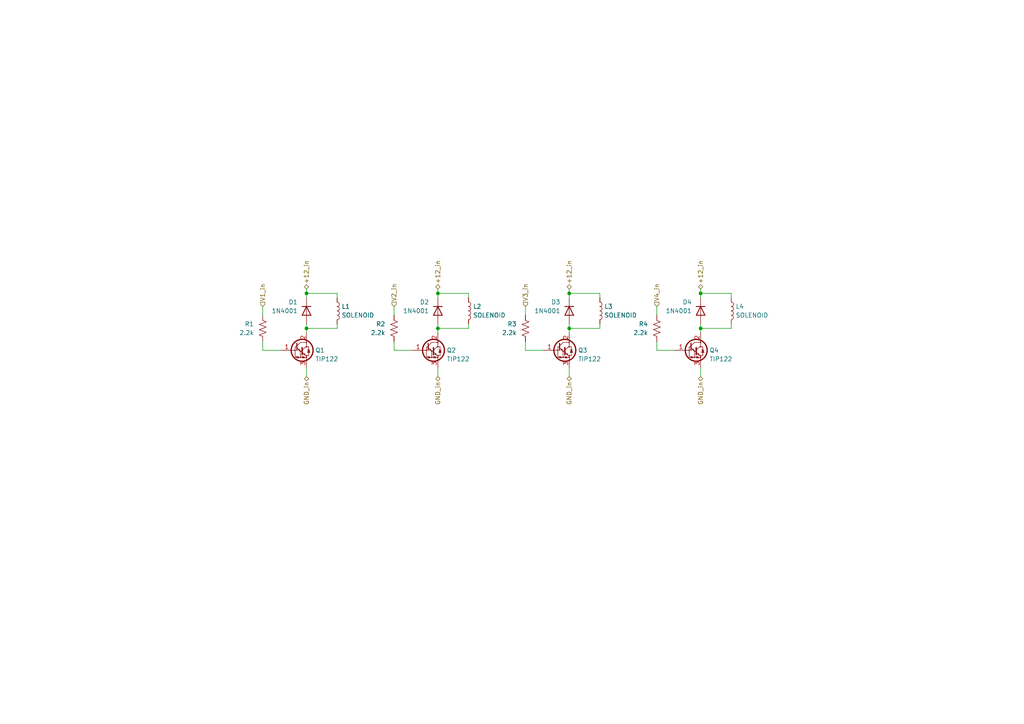
<source format=kicad_sch>
(kicad_sch (version 20211123) (generator eeschema)
  (paper "A4")
  (lib_symbols
    (symbol "Device:L" (pin_numbers hide) (pin_names (offset 1.016) hide)
      (property "Reference" "L" (at -1.27 0 90))
      (property "Value" "L" (at 1.905 0 90))
      (symbol "L_0_1"
        (arc (start 0 -2.54) (mid 0.635 -1.905) (end 0 -1.27))
        (arc (start 0 -1.27) (mid 0.635 -0.635) (end 0 0))
        (arc (start 0 0) (mid 0.635 0.635) (end 0 1.27))
        (arc (start 0 1.27) (mid 0.635 1.905) (end 0 2.54))
      )
      (symbol "L_1_1"
        (pin passive line (at 0 3.81 270) (length 1.27) (name "1") (number "1"))
        (pin passive line (at 0 -3.81 90) (length 1.27) (name "2") (number "2"))
      )
    )
    (symbol "Device:R_US" (pin_numbers hide) (pin_names (offset 0))
      (property "Reference" "R" (at 2.54 0 90))
      (property "Value" "R_US" (at -2.54 0 90))
      (symbol "R_US_0_1"
        (polyline (pts (xy 0 -2.286) (xy 0 -2.54)))
        (polyline (pts (xy 0 2.286) (xy 0 2.54)))
        (polyline (pts (xy 0 -0.762) (xy 1.016 -1.143) (xy 0 -1.524) (xy -1.016 -1.905) (xy 0 -2.286)))
        (polyline (pts (xy 0 0.762) (xy 1.016 0.381) (xy 0 0) (xy -1.016 -0.381) (xy 0 -0.762)))
        (polyline (pts (xy 0 2.286) (xy 1.016 1.905) (xy 0 1.524) (xy -1.016 1.143) (xy 0 0.762)))
      )
      (symbol "R_US_1_1"
        (pin passive line (at 0 3.81 270) (length 1.27) (name "~") (number "1"))
        (pin passive line (at 0 -3.81 90) (length 1.27) (name "~") (number "2"))
      )
    )
    (symbol "Diode:1N4001" (pin_numbers hide) (pin_names (offset 1.016) hide)
      (property "Reference" "D" (at 0 2.54 0))
      (property "Value" "1N4001" (at 0 -2.54 0))
      (symbol "1N4001_0_1"
        (polyline (pts (xy -1.27 1.27) (xy -1.27 -1.27)) (stroke (width 0.254)))
        (polyline (pts (xy 1.27 0) (xy -1.27 0)))
        (polyline (pts (xy 1.27 1.27) (xy 1.27 -1.27) (xy -1.27 0) (xy 1.27 1.27)) (stroke (width 0.254)))
      )
      (symbol "1N4001_1_1"
        (pin passive line (at -3.81 0 0) (length 2.54) (name "K") (number "1"))
        (pin passive line (at 3.81 0 180) (length 2.54) (name "A") (number "2"))
      )
    )
    (symbol "Transistor_BJT:TIP122" (pin_names (offset 0) hide)
      (property "Reference" "Q" (at 5.08 1.905 0))
      (property "Value" "TIP122" (at 5.08 0 0))
      (symbol "TIP122_0_1"
        (circle (center -0.762 0) (radius 0.127))
        (polyline (pts (xy -1.27 0) (xy -0.889 0)))
        (polyline (pts (xy 2.54 -2.032) (xy 2.54 -2.54)))
        (polyline (pts (xy 2.54 -1.524) (xy 3.175 -1.524)))
        (polyline (pts (xy 2.794 0.127) (xy 3.556 0.127)))
        (polyline (pts (xy 3.175 -0.635) (xy 3.175 -1.524)))
        (polyline (pts (xy 3.175 1.016) (xy 2.54 1.016)))
        (polyline (pts (xy 3.175 1.016) (xy 3.175 0.127)))
        (polyline (pts (xy -0.254 0.762) (xy 0.762 -0.254) (xy 1.27 -0.254)))
        (polyline (pts (xy -0.254 1.016) (xy -0.762 1.016) (xy -0.762 -2.032)))
        (polyline (pts (xy -0.254 1.27) (xy 0.762 2.286) (xy 2.54 2.286)))
        (polyline (pts (xy -0.254 2.032) (xy -0.254 0) (xy -0.254 0)) (stroke (width 0.3048)))
        (polyline (pts (xy 1.27 0.762) (xy 1.27 -1.27) (xy 1.27 -1.27)) (stroke (width 0.381)))
        (polyline (pts (xy 0.635 -0.127) (xy 0.381 0.381) (xy 0.127 0.127) (xy 0.635 -0.127)))
        (polyline (pts (xy 1.27 -0.508) (xy 2.286 -1.524) (xy 2.54 -1.524) (xy 2.54 -2.032)))
        (polyline (pts (xy 1.27 0) (xy 2.286 1.016) (xy 2.54 1.016) (xy 2.54 2.286)))
        (polyline (pts (xy 2.159 -1.397) (xy 1.905 -0.889) (xy 1.651 -1.143) (xy 2.159 -1.397)))
        (polyline (pts (xy 3.175 0.127) (xy 2.794 -0.635) (xy 3.556 -0.635) (xy 3.175 0.127)) (fill (type outline)))
        (polyline (pts (xy 0.762 -2.032) (xy 0.381 -2.032) (xy 0.254 -2.286) (xy 0.127 -1.778) (xy 0 -2.286) (xy -0.127 -1.778) (xy -0.254 -2.286) (xy -0.381 -1.778) (xy -0.508 -2.032) (xy -0.762 -2.032)))
        (polyline (pts (xy 0.762 -0.254) (xy 0.762 -2.032) (xy 1.143 -2.032) (xy 1.27 -1.778) (xy 1.397 -2.286) (xy 1.524 -1.778) (xy 1.651 -2.286) (xy 1.778 -1.778) (xy 1.905 -2.286) (xy 2.032 -2.032) (xy 2.54 -2.032)))
        (circle (center 0.762 -2.032) (radius 0.127))
        (circle (center 0.762 -0.254) (radius 0.127))
        (circle (center 1.27 0) (radius 3.175) (stroke (width 0.3556)))
        (circle (center 2.54 -2.032) (radius 0.127))
        (circle (center 2.54 -1.524) (radius 0.127))
        (circle (center 2.54 1.016) (radius 0.127))
        (circle (center 2.54 2.286) (radius 0.127))
      )
      (symbol "TIP122_1_1"
        (pin input line (at -5.08 0 0) (length 3.81) (name "B") (number "1"))
        (pin passive line (at 2.54 5.08 270) (length 2.667) (name "C") (number "2"))
        (pin passive line (at 2.54 -5.08 90) (length 2.54) (name "E") (number "3"))
      )
    )
  )
  (junction (at 88.9 95.25))
  (junction (at 165.1 95.25))
  (junction (at 203.2 85.09))
  (junction (at 165.1 85.09))
  (junction (at 127 95.25))
  (junction (at 203.2 95.25))
  (junction (at 127 85.09))
  (junction (at 88.9 85.09))
  (wire (pts (xy 135.89 86.36) (xy 135.89 85.09)))
  (wire (pts (xy 165.1 95.25) (xy 173.99 95.25)))
  (wire (pts (xy 88.9 85.09) (xy 88.9 86.36)))
  (wire (pts (xy 135.89 95.25) (xy 135.89 93.98)))
  (wire (pts (xy 114.3 101.6) (xy 119.38 101.6)))
  (wire (pts (xy 88.9 83.82) (xy 88.9 85.09)))
  (wire (pts (xy 127 83.82) (xy 127 85.09)))
  (wire (pts (xy 190.5 88.9) (xy 190.5 91.44)))
  (wire (pts (xy 203.2 93.98) (xy 203.2 95.25)))
  (wire (pts (xy 203.2 85.09) (xy 203.2 86.36)))
  (wire (pts (xy 165.1 95.25) (xy 165.1 96.52)))
  (wire (pts (xy 88.9 95.25) (xy 97.79 95.25)))
  (wire (pts (xy 152.4 99.06) (xy 152.4 101.6)))
  (wire (pts (xy 88.9 93.98) (xy 88.9 95.25)))
  (wire (pts (xy 127 85.09) (xy 127 86.36)))
  (wire (pts (xy 152.4 88.9) (xy 152.4 91.44)))
  (wire (pts (xy 76.2 101.6) (xy 81.28 101.6)))
  (wire (pts (xy 127 95.25) (xy 135.89 95.25)))
  (wire (pts (xy 173.99 95.25) (xy 173.99 93.98)))
  (wire (pts (xy 97.79 86.36) (xy 97.79 85.09)))
  (wire (pts (xy 165.1 93.98) (xy 165.1 95.25)))
  (wire (pts (xy 88.9 95.25) (xy 88.9 96.52)))
  (wire (pts (xy 127 106.68) (xy 127 109.22)))
  (wire (pts (xy 135.89 85.09) (xy 127 85.09)))
  (wire (pts (xy 173.99 86.36) (xy 173.99 85.09)))
  (wire (pts (xy 114.3 99.06) (xy 114.3 101.6)))
  (wire (pts (xy 212.09 86.36) (xy 212.09 85.09)))
  (wire (pts (xy 203.2 95.25) (xy 203.2 96.52)))
  (wire (pts (xy 173.99 85.09) (xy 165.1 85.09)))
  (wire (pts (xy 88.9 106.68) (xy 88.9 109.22)))
  (wire (pts (xy 76.2 88.9) (xy 76.2 91.44)))
  (wire (pts (xy 165.1 106.68) (xy 165.1 109.22)))
  (wire (pts (xy 97.79 85.09) (xy 88.9 85.09)))
  (wire (pts (xy 212.09 85.09) (xy 203.2 85.09)))
  (wire (pts (xy 76.2 99.06) (xy 76.2 101.6)))
  (wire (pts (xy 165.1 85.09) (xy 165.1 86.36)))
  (wire (pts (xy 203.2 83.82) (xy 203.2 85.09)))
  (wire (pts (xy 97.79 95.25) (xy 97.79 93.98)))
  (wire (pts (xy 190.5 99.06) (xy 190.5 101.6)))
  (wire (pts (xy 165.1 83.82) (xy 165.1 85.09)))
  (wire (pts (xy 212.09 95.25) (xy 212.09 93.98)))
  (wire (pts (xy 127 95.25) (xy 127 96.52)))
  (wire (pts (xy 127 93.98) (xy 127 95.25)))
  (wire (pts (xy 114.3 88.9) (xy 114.3 91.44)))
  (wire (pts (xy 203.2 106.68) (xy 203.2 109.22)))
  (wire (pts (xy 203.2 95.25) (xy 212.09 95.25)))
  (wire (pts (xy 190.5 101.6) (xy 195.58 101.6)))
  (wire (pts (xy 152.4 101.6) (xy 157.48 101.6)))
  (hierarchical_label "V2_in" (shape input) (at 114.3 88.9 90))
  (hierarchical_label "+12_in" (shape bidirectional) (at 127 83.82 90))
  (hierarchical_label "V4_in" (shape input) (at 190.5 88.9 90))
  (hierarchical_label "V3_in" (shape input) (at 152.4 88.9 90))
  (hierarchical_label "+12_in" (shape bidirectional) (at 88.9 83.82 90))
  (hierarchical_label "GND_in" (shape bidirectional) (at 127 109.22 270))
  (hierarchical_label "GND_in" (shape bidirectional) (at 88.9 109.22 270))
  (hierarchical_label "GND_in" (shape bidirectional) (at 165.1 109.22 270))
  (hierarchical_label "+12_in" (shape bidirectional) (at 165.1 83.82 90))
  (hierarchical_label "V1_in" (shape input) (at 76.2 88.9 90))
  (hierarchical_label "+12_in" (shape bidirectional) (at 203.2 83.82 90))
  (hierarchical_label "GND_in" (shape bidirectional) (at 203.2 109.22 270))
  (symbol (lib_id "Device:L") (at 212.09 90.17 0) (unit 1)
    (property "Reference" "L4" (at 213.36 88.8999 0) (effects (justify left)))
    (property "Value" "SOLENOID" (at 213.36 91.4399 0) (effects (justify left)))
    (property "Footprint" "Connector_PinHeader_1.00mm:PinHeader_1x02_P1.00mm_Vertical" (effects hide))
  )
  (symbol (lib_id "Transistor_BJT:TIP122") (at 86.36 101.6 0) (unit 1)
    (property "Reference" "Q1" (at 91.44 101.6 0) (effects (justify left)))
    (property "Value" "TIP122" (at 91.44 104.14 0) (effects (justify left)))
    (property "Footprint" "Package_TO_SOT_THT:TO-220-3_Vertical" (effects hide))
    (property "Datasheet" "https://www.onsemi.com/pub/Collateral/TIP120-D.PDF" (effects hide))
  )
  (symbol (lib_id "Transistor_BJT:TIP122") (at 162.56 101.6 0) (unit 1)
    (property "Reference" "Q3" (at 167.64 101.6 0) (effects (justify left)))
    (property "Value" "TIP122" (at 167.64 104.14 0) (effects (justify left)))
    (property "Footprint" "Package_TO_SOT_THT:TO-220-3_Vertical" (effects hide))
    (property "Datasheet" "https://www.onsemi.com/pub/Collateral/TIP120-D.PDF" (effects hide))
  )
  (symbol (lib_id "Diode:1N4001") (at 203.2 90.17 270) (unit 1)
    (property "Reference" "D4" (at 200.66 87.63 90) (effects (justify right)))
    (property "Value" "1N4001" (at 200.66 90.17 90) (effects (justify right)))
    (property "Footprint" "Diode_THT:D_DO-41_SOD81_P10.16mm_Horizontal" (effects hide))
    (property "Datasheet" "http://www.vishay.com/docs/88503/1n4001.pdf" (effects hide))
  )
  (symbol (lib_id "Diode:1N4001") (at 88.9 90.17 270) (unit 1)
    (property "Reference" "D1" (at 86.36 87.63 90) (effects (justify right)))
    (property "Value" "1N4001" (at 86.36 90.17 90) (effects (justify right)))
    (property "Footprint" "Diode_THT:D_DO-41_SOD81_P10.16mm_Horizontal" (effects hide))
    (property "Datasheet" "http://www.vishay.com/docs/88503/1n4001.pdf" (effects hide))
  )
  (symbol (lib_id "Device:L") (at 97.79 90.17 0) (unit 1)
    (property "Reference" "L1" (at 99.06 88.8999 0) (effects (justify left)))
    (property "Value" "SOLENOID" (at 99.06 91.4399 0) (effects (justify left)))
    (property "Footprint" "Connector_PinHeader_1.00mm:PinHeader_1x02_P1.00mm_Vertical" (effects hide))
  )
  (symbol (lib_id "Diode:1N4001") (at 127 90.17 270) (unit 1)
    (property "Reference" "D2" (at 124.46 87.63 90) (effects (justify right)))
    (property "Value" "1N4001" (at 124.46 90.17 90) (effects (justify right)))
    (property "Footprint" "Diode_THT:D_DO-41_SOD81_P10.16mm_Horizontal" (effects hide))
    (property "Datasheet" "http://www.vishay.com/docs/88503/1n4001.pdf" (effects hide))
  )
  (symbol (lib_id "Transistor_BJT:TIP122") (at 124.46 101.6 0) (unit 1)
    (property "Reference" "Q2" (at 129.54 101.6 0) (effects (justify left)))
    (property "Value" "TIP122" (at 129.54 104.14 0) (effects (justify left)))
    (property "Footprint" "Package_TO_SOT_THT:TO-220-3_Vertical" (effects hide))
    (property "Datasheet" "https://www.onsemi.com/pub/Collateral/TIP120-D.PDF" (effects hide))
  )
  (symbol (lib_id "Device:L") (at 135.89 90.17 0) (unit 1)
    (property "Reference" "L2" (at 137.16 88.8999 0) (effects (justify left)))
    (property "Value" "SOLENOID" (at 137.16 91.4399 0) (effects (justify left)))
    (property "Footprint" "Connector_PinHeader_1.00mm:PinHeader_1x02_P1.00mm_Vertical" (effects hide))
  )
  (symbol (lib_id "Device:R_US") (at 190.5 95.25 0) (unit 1)
    (property "Reference" "R4" (at 187.96 93.98 0) (effects (justify right)))
    (property "Value" "2.2k" (at 187.96 96.52 0) (effects (justify right)))
    (property "Footprint" "Resistor_THT:R_Axial_DIN0204_L3.6mm_D1.6mm_P5.08mm_Horizontal" (effects hide))
  )
  (symbol (lib_id "Diode:1N4001") (at 165.1 90.17 270) (unit 1)
    (property "Reference" "D3" (at 162.56 87.63 90) (effects (justify right)))
    (property "Value" "1N4001" (at 162.56 90.17 90) (effects (justify right)))
    (property "Footprint" "Diode_THT:D_DO-41_SOD81_P10.16mm_Horizontal" (effects hide))
    (property "Datasheet" "http://www.vishay.com/docs/88503/1n4001.pdf" (effects hide))
  )
  (symbol (lib_id "Device:R_US") (at 114.3 95.25 0) (unit 1)
    (property "Reference" "R2" (at 111.76 93.98 0) (effects (justify right)))
    (property "Value" "2.2k" (at 111.76 96.52 0) (effects (justify right)))
    (property "Footprint" "Resistor_THT:R_Axial_DIN0204_L3.6mm_D1.6mm_P5.08mm_Horizontal" (effects hide))
  )
  (symbol (lib_id "Device:R_US") (at 76.2 95.25 0) (unit 1)
    (property "Reference" "R1" (at 73.66 93.98 0) (effects (justify right)))
    (property "Value" "2.2k" (at 73.66 96.52 0) (effects (justify right)))
    (property "Footprint" "Resistor_THT:R_Axial_DIN0204_L3.6mm_D1.6mm_P5.08mm_Horizontal" (effects hide))
  )
  (symbol (lib_id "Transistor_BJT:TIP122") (at 200.66 101.6 0) (unit 1)
    (property "Reference" "Q4" (at 205.74 101.6 0) (effects (justify left)))
    (property "Value" "TIP122" (at 205.74 104.14 0) (effects (justify left)))
    (property "Footprint" "Package_TO_SOT_THT:TO-220-3_Vertical" (effects hide))
    (property "Datasheet" "https://www.onsemi.com/pub/Collateral/TIP120-D.PDF" (effects hide))
  )
  (symbol (lib_id "Device:L") (at 173.99 90.17 0) (unit 1)
    (property "Reference" "L3" (at 175.26 88.8999 0) (effects (justify left)))
    (property "Value" "SOLENOID" (at 175.26 91.4399 0) (effects (justify left)))
    (property "Footprint" "Connector_PinHeader_1.00mm:PinHeader_1x02_P1.00mm_Vertical" (effects hide))
  )
  (symbol (lib_id "Device:R_US") (at 152.4 95.25 0) (unit 1)
    (property "Reference" "R3" (at 149.86 93.98 0) (effects (justify right)))
    (property "Value" "2.2k" (at 149.86 96.52 0) (effects (justify right)))
    (property "Footprint" "Resistor_THT:R_Axial_DIN0204_L3.6mm_D1.6mm_P5.08mm_Horizontal" (effects hide))
  )
)
</source>
